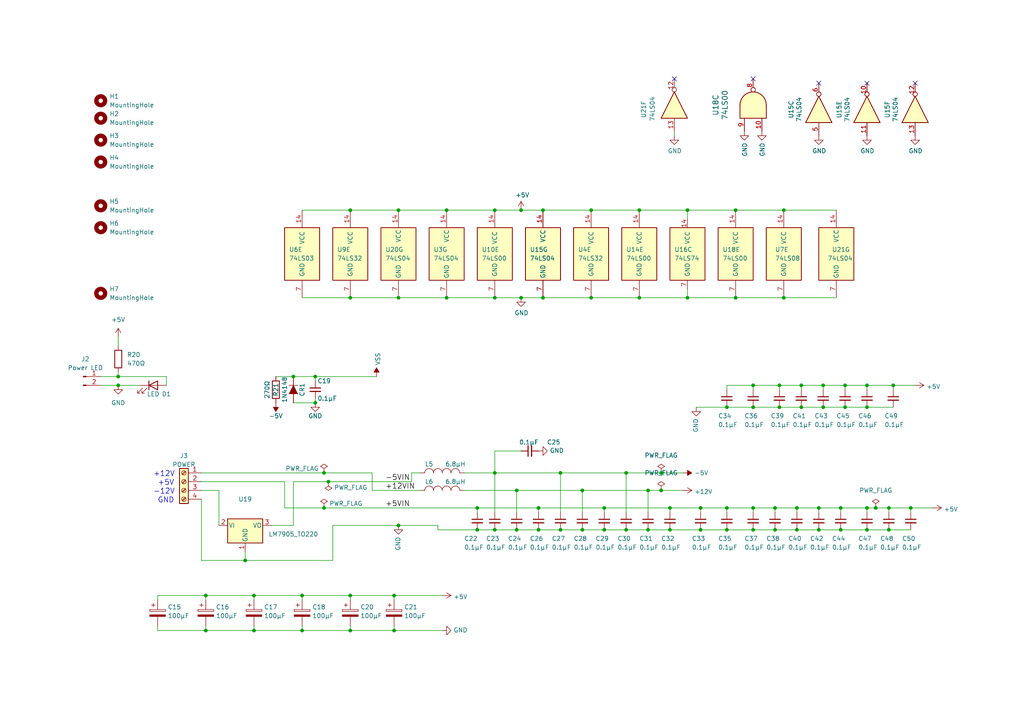
<source format=kicad_sch>
(kicad_sch (version 20211123) (generator eeschema)
  (paper "A4")
  (title_block (title "TI-99/22") (date "2022-11-05") (rev "0.90") (company "Dan Werner - https://github.com/danwerner21/ti99_22") (comment 1 "Schematic for sound device") (comment 3 "was based on the HackMac KiCAD Design") (comment 4 "Based Robert Krenicki's design which") (comment 5 "Original - https://github.com/rkrenicki/TI99-Motherboard"))
  (lib_symbols
    (symbol "74xx:74LS00" (pin_names (offset 1.016))
      (property "Reference" "U" (at 0 1.27 0))
      (property "Value" "74LS00" (at 0 -1.27 0))
      (symbol "74LS00_1_1"
        (pin input line (at -7.62 2.54 0) (length 3.81) (name "~") (number "1"))
        (pin input line (at -7.62 -2.54 0) (length 3.81) (name "~") (number "2"))
        (pin output inverted (at 7.62 0 180) (length 3.81) (name "~") (number "3"))
      )
      (symbol "74LS00_1_2"
        (pin input inverted (at -7.62 2.54 0) (length 4.318) (name "~") (number "1"))
        (pin input inverted (at -7.62 -2.54 0) (length 4.318) (name "~") (number "2"))
        (pin output line (at 7.62 0 180) (length 3.81) (name "~") (number "3"))
      )
      (symbol "74LS00_2_1"
        (pin input line (at -7.62 2.54 0) (length 3.81) (name "~") (number "4"))
        (pin input line (at -7.62 -2.54 0) (length 3.81) (name "~") (number "5"))
        (pin output inverted (at 7.62 0 180) (length 3.81) (name "~") (number "6"))
      )
      (symbol "74LS00_2_2"
        (pin input inverted (at -7.62 2.54 0) (length 4.318) (name "~") (number "4"))
        (pin input inverted (at -7.62 -2.54 0) (length 4.318) (name "~") (number "5"))
        (pin output line (at 7.62 0 180) (length 3.81) (name "~") (number "6"))
      )
      (symbol "74LS00_3_1"
        (pin input line (at -7.62 -2.54 0) (length 3.81) (name "~") (number "10"))
        (pin output inverted (at 7.62 0 180) (length 3.81) (name "~") (number "8"))
        (pin input line (at -7.62 2.54 0) (length 3.81) (name "~") (number "9"))
      )
      (symbol "74LS00_3_2"
        (pin input inverted (at -7.62 -2.54 0) (length 4.318) (name "~") (number "10"))
        (pin output line (at 7.62 0 180) (length 3.81) (name "~") (number "8"))
        (pin input inverted (at -7.62 2.54 0) (length 4.318) (name "~") (number "9"))
      )
      (symbol "74LS00_4_1"
        (pin output inverted (at 7.62 0 180) (length 3.81) (name "~") (number "11"))
        (pin input line (at -7.62 2.54 0) (length 3.81) (name "~") (number "12"))
        (pin input line (at -7.62 -2.54 0) (length 3.81) (name "~") (number "13"))
      )
      (symbol "74LS00_4_2"
        (pin output line (at 7.62 0 180) (length 3.81) (name "~") (number "11"))
        (pin input inverted (at -7.62 2.54 0) (length 4.318) (name "~") (number "12"))
        (pin input inverted (at -7.62 -2.54 0) (length 4.318) (name "~") (number "13"))
      )
      (symbol "74LS00_5_0"
        (pin power_in line (at 0 12.7 270) (length 5.08) (name "VCC") (number "14"))
        (pin power_in line (at 0 -12.7 90) (length 5.08) (name "GND") (number "7"))
      )
    )
    (symbol "74xx:74LS03" (pin_names (offset 1.016))
      (property "Reference" "U" (at 0 1.27 0))
      (property "Value" "74LS03" (at 0 -1.27 0))
      (symbol "74LS03_1_1"
        (pin input line (at -7.62 2.54 0) (length 3.81) (name "~") (number "1"))
        (pin input line (at -7.62 -2.54 0) (length 3.81) (name "~") (number "2"))
        (pin open_collector inverted (at 7.62 0 180) (length 3.81) (name "~") (number "3"))
      )
      (symbol "74LS03_1_2"
        (pin input inverted (at -7.62 2.54 0) (length 4.318) (name "~") (number "1"))
        (pin input inverted (at -7.62 -2.54 0) (length 4.318) (name "~") (number "2"))
        (pin open_collector line (at 7.62 0 180) (length 3.81) (name "~") (number "3"))
      )
      (symbol "74LS03_2_1"
        (pin input line (at -7.62 2.54 0) (length 3.81) (name "~") (number "4"))
        (pin input line (at -7.62 -2.54 0) (length 3.81) (name "~") (number "5"))
        (pin open_collector inverted (at 7.62 0 180) (length 3.81) (name "~") (number "6"))
      )
      (symbol "74LS03_2_2"
        (pin input inverted (at -7.62 2.54 0) (length 4.318) (name "~") (number "4"))
        (pin input inverted (at -7.62 -2.54 0) (length 4.318) (name "~") (number "5"))
        (pin open_collector line (at 7.62 0 180) (length 3.81) (name "~") (number "6"))
      )
      (symbol "74LS03_3_1"
        (pin input line (at -7.62 -2.54 0) (length 3.81) (name "~") (number "10"))
        (pin open_collector inverted (at 7.62 0 180) (length 3.81) (name "~") (number "8"))
        (pin input line (at -7.62 2.54 0) (length 3.81) (name "~") (number "9"))
      )
      (symbol "74LS03_3_2"
        (pin input inverted (at -7.62 -2.54 0) (length 4.318) (name "~") (number "10"))
        (pin open_collector line (at 7.62 0 180) (length 3.81) (name "~") (number "8"))
        (pin input inverted (at -7.62 2.54 0) (length 4.318) (name "~") (number "9"))
      )
      (symbol "74LS03_4_1"
        (pin open_collector inverted (at 7.62 0 180) (length 3.81) (name "~") (number "11"))
        (pin input line (at -7.62 2.54 0) (length 3.81) (name "~") (number "12"))
        (pin input line (at -7.62 -2.54 0) (length 3.81) (name "~") (number "13"))
      )
      (symbol "74LS03_4_2"
        (pin open_collector line (at 7.62 0 180) (length 3.81) (name "~") (number "11"))
        (pin input inverted (at -7.62 2.54 0) (length 4.318) (name "~") (number "12"))
        (pin input inverted (at -7.62 -2.54 0) (length 4.318) (name "~") (number "13"))
      )
      (symbol "74LS03_5_0"
        (pin power_in line (at 0 12.7 270) (length 5.08) (name "VCC") (number "14"))
        (pin power_in line (at 0 -12.7 90) (length 5.08) (name "GND") (number "7"))
      )
    )
    (symbol "74xx:74LS04"
      (property "Reference" "U" (at 0 1.27 0))
      (property "Value" "74LS04" (at 0 -1.27 0))
      (symbol "74LS04_1_0"
        (pin input line (at -7.62 0 0) (length 3.81) (name "~") (number "1"))
        (pin output inverted (at 7.62 0 180) (length 3.81) (name "~") (number "2"))
      )
      (symbol "74LS04_2_0"
        (pin input line (at -7.62 0 0) (length 3.81) (name "~") (number "3"))
        (pin output inverted (at 7.62 0 180) (length 3.81) (name "~") (number "4"))
      )
      (symbol "74LS04_3_0"
        (pin input line (at -7.62 0 0) (length 3.81) (name "~") (number "5"))
        (pin output inverted (at 7.62 0 180) (length 3.81) (name "~") (number "6"))
      )
      (symbol "74LS04_4_0"
        (pin output inverted (at 7.62 0 180) (length 3.81) (name "~") (number "8"))
        (pin input line (at -7.62 0 0) (length 3.81) (name "~") (number "9"))
      )
      (symbol "74LS04_5_0"
        (pin output inverted (at 7.62 0 180) (length 3.81) (name "~") (number "10"))
        (pin input line (at -7.62 0 0) (length 3.81) (name "~") (number "11"))
      )
      (symbol "74LS04_6_0"
        (pin output inverted (at 7.62 0 180) (length 3.81) (name "~") (number "12"))
        (pin input line (at -7.62 0 0) (length 3.81) (name "~") (number "13"))
      )
      (symbol "74LS04_7_0"
        (pin power_in line (at 0 12.7 270) (length 5.08) (name "VCC") (number "14"))
        (pin power_in line (at 0 -12.7 90) (length 5.08) (name "GND") (number "7"))
      )
    )
    (symbol "74xx:74LS08" (pin_names (offset 1.016))
      (property "Reference" "U" (at 0 1.27 0))
      (property "Value" "74LS08" (at 0 -1.27 0))
      (symbol "74LS08_1_1"
        (pin input line (at -7.62 2.54 0) (length 3.81) (name "~") (number "1"))
        (pin input line (at -7.62 -2.54 0) (length 3.81) (name "~") (number "2"))
        (pin output line (at 7.62 0 180) (length 3.81) (name "~") (number "3"))
      )
      (symbol "74LS08_1_2"
        (pin input inverted (at -7.62 2.54 0) (length 4.318) (name "~") (number "1"))
        (pin input inverted (at -7.62 -2.54 0) (length 4.318) (name "~") (number "2"))
        (pin output inverted (at 7.62 0 180) (length 3.81) (name "~") (number "3"))
      )
      (symbol "74LS08_2_1"
        (pin input line (at -7.62 2.54 0) (length 3.81) (name "~") (number "4"))
        (pin input line (at -7.62 -2.54 0) (length 3.81) (name "~") (number "5"))
        (pin output line (at 7.62 0 180) (length 3.81) (name "~") (number "6"))
      )
      (symbol "74LS08_2_2"
        (pin input inverted (at -7.62 2.54 0) (length 4.318) (name "~") (number "4"))
        (pin input inverted (at -7.62 -2.54 0) (length 4.318) (name "~") (number "5"))
        (pin output inverted (at 7.62 0 180) (length 3.81) (name "~") (number "6"))
      )
      (symbol "74LS08_3_1"
        (pin input line (at -7.62 -2.54 0) (length 3.81) (name "~") (number "10"))
        (pin output line (at 7.62 0 180) (length 3.81) (name "~") (number "8"))
        (pin input line (at -7.62 2.54 0) (length 3.81) (name "~") (number "9"))
      )
      (symbol "74LS08_3_2"
        (pin input inverted (at -7.62 -2.54 0) (length 4.318) (name "~") (number "10"))
        (pin output inverted (at 7.62 0 180) (length 3.81) (name "~") (number "8"))
        (pin input inverted (at -7.62 2.54 0) (length 4.318) (name "~") (number "9"))
      )
      (symbol "74LS08_4_1"
        (pin output line (at 7.62 0 180) (length 3.81) (name "~") (number "11"))
        (pin input line (at -7.62 2.54 0) (length 3.81) (name "~") (number "12"))
        (pin input line (at -7.62 -2.54 0) (length 3.81) (name "~") (number "13"))
      )
      (symbol "74LS08_4_2"
        (pin output inverted (at 7.62 0 180) (length 3.81) (name "~") (number "11"))
        (pin input inverted (at -7.62 2.54 0) (length 4.318) (name "~") (number "12"))
        (pin input inverted (at -7.62 -2.54 0) (length 4.318) (name "~") (number "13"))
      )
      (symbol "74LS08_5_0"
        (pin power_in line (at 0 12.7 270) (length 5.08) (name "VCC") (number "14"))
        (pin power_in line (at 0 -12.7 90) (length 5.08) (name "GND") (number "7"))
      )
    )
    (symbol "74xx:74LS32" (pin_names (offset 1.016))
      (property "Reference" "U" (at 0 1.27 0))
      (property "Value" "74LS32" (at 0 -1.27 0))
      (symbol "74LS32_1_1"
        (pin input line (at -7.62 2.54 0) (length 4.318) (name "~") (number "1"))
        (pin input line (at -7.62 -2.54 0) (length 4.318) (name "~") (number "2"))
        (pin output line (at 7.62 0 180) (length 3.81) (name "~") (number "3"))
      )
      (symbol "74LS32_1_2"
        (pin input inverted (at -7.62 2.54 0) (length 3.81) (name "~") (number "1"))
        (pin input inverted (at -7.62 -2.54 0) (length 3.81) (name "~") (number "2"))
        (pin output inverted (at 7.62 0 180) (length 3.81) (name "~") (number "3"))
      )
      (symbol "74LS32_2_1"
        (pin input line (at -7.62 2.54 0) (length 4.318) (name "~") (number "4"))
        (pin input line (at -7.62 -2.54 0) (length 4.318) (name "~") (number "5"))
        (pin output line (at 7.62 0 180) (length 3.81) (name "~") (number "6"))
      )
      (symbol "74LS32_2_2"
        (pin input inverted (at -7.62 2.54 0) (length 3.81) (name "~") (number "4"))
        (pin input inverted (at -7.62 -2.54 0) (length 3.81) (name "~") (number "5"))
        (pin output inverted (at 7.62 0 180) (length 3.81) (name "~") (number "6"))
      )
      (symbol "74LS32_3_1"
        (pin input line (at -7.62 -2.54 0) (length 4.318) (name "~") (number "10"))
        (pin output line (at 7.62 0 180) (length 3.81) (name "~") (number "8"))
        (pin input line (at -7.62 2.54 0) (length 4.318) (name "~") (number "9"))
      )
      (symbol "74LS32_3_2"
        (pin input inverted (at -7.62 -2.54 0) (length 3.81) (name "~") (number "10"))
        (pin output inverted (at 7.62 0 180) (length 3.81) (name "~") (number "8"))
        (pin input inverted (at -7.62 2.54 0) (length 3.81) (name "~") (number "9"))
      )
      (symbol "74LS32_4_1"
        (pin output line (at 7.62 0 180) (length 3.81) (name "~") (number "11"))
        (pin input line (at -7.62 2.54 0) (length 4.318) (name "~") (number "12"))
        (pin input line (at -7.62 -2.54 0) (length 4.318) (name "~") (number "13"))
      )
      (symbol "74LS32_4_2"
        (pin output inverted (at 7.62 0 180) (length 3.81) (name "~") (number "11"))
        (pin input inverted (at -7.62 2.54 0) (length 3.81) (name "~") (number "12"))
        (pin input inverted (at -7.62 -2.54 0) (length 3.81) (name "~") (number "13"))
      )
      (symbol "74LS32_5_0"
        (pin power_in line (at 0 12.7 270) (length 5.08) (name "VCC") (number "14"))
        (pin power_in line (at 0 -12.7 90) (length 5.08) (name "GND") (number "7"))
      )
    )
    (symbol "74xx:74LS74" (pin_names (offset 1.016))
      (property "Reference" "U" (at -7.62 8.89 0))
      (property "Value" "74LS74" (at -7.62 -8.89 0))
      (symbol "74LS74_1_0"
        (pin input line (at 0 -7.62 90) (length 2.54) (name "~{R}") (number "1"))
        (pin input line (at -7.62 2.54 0) (length 2.54) (name "D") (number "2"))
        (pin input clock (at -7.62 0 0) (length 2.54) (name "C") (number "3"))
        (pin input line (at 0 7.62 270) (length 2.54) (name "~{S}") (number "4"))
        (pin output line (at 7.62 2.54 180) (length 2.54) (name "Q") (number "5"))
        (pin output line (at 7.62 -2.54 180) (length 2.54) (name "~{Q}") (number "6"))
      )
      (symbol "74LS74_2_0"
        (pin input line (at 0 7.62 270) (length 2.54) (name "~{S}") (number "10"))
        (pin input clock (at -7.62 0 0) (length 2.54) (name "C") (number "11"))
        (pin input line (at -7.62 2.54 0) (length 2.54) (name "D") (number "12"))
        (pin input line (at 0 -7.62 90) (length 2.54) (name "~{R}") (number "13"))
        (pin output line (at 7.62 -2.54 180) (length 2.54) (name "~{Q}") (number "8"))
        (pin output line (at 7.62 2.54 180) (length 2.54) (name "Q") (number "9"))
      )
      (symbol "74LS74_3_0"
        (pin power_in line (at 0 10.16 270) (length 2.54) (name "VCC") (number "14"))
        (pin power_in line (at 0 -10.16 90) (length 2.54) (name "GND") (number "7"))
      )
    )
    (symbol "Connector:Conn_01x02_Male" (pin_names (offset 1.016) hide)
      (property "Reference" "J" (at 0 2.54 0))
      (property "Value" "Conn_01x02_Male" (at 0 -5.08 0))
      (symbol "Conn_01x02_Male_1_1"
        (pin passive line (at 5.08 0 180) (length 3.81) (name "Pin_1") (number "1"))
        (pin passive line (at 5.08 -2.54 180) (length 3.81) (name "Pin_2") (number "2"))
      )
    )
    (symbol "Connector:Screw_Terminal_01x04" (pin_names (offset 1.016) hide)
      (property "Reference" "J" (at 0 5.08 0))
      (property "Value" "Screw_Terminal_01x04" (at 0 -7.62 0))
      (symbol "Screw_Terminal_01x04_1_1"
        (pin passive line (at -5.08 2.54 0) (length 3.81) (name "Pin_1") (number "1"))
        (pin passive line (at -5.08 0 0) (length 3.81) (name "Pin_2") (number "2"))
        (pin passive line (at -5.08 -2.54 0) (length 3.81) (name "Pin_3") (number "3"))
        (pin passive line (at -5.08 -5.08 0) (length 3.81) (name "Pin_4") (number "4"))
      )
    )
    (symbol "Console-rescue:+12V" (power) (pin_names (offset 0))
      (property "Value" "+12V" (at 0 3.556 0))
      (symbol "+12V_1_1"
        (pin power_in line (at 0 0 90) (length 0) hide (name "+12V") (number "1"))
      )
    )
    (symbol "Console-rescue:+5V" (power) (pin_names (offset 0))
      (property "Value" "+5V" (at 0 3.556 0))
      (symbol "+5V_1_1"
        (pin power_in line (at 0 0 90) (length 0) hide (name "+5V") (number "1"))
      )
    )
    (symbol "Console-rescue:-5V" (power) (pin_names (offset 0))
      (property "Value" "-5V" (at 0 3.81 0))
      (symbol "-5V_0_0"
        (pin power_in line (at 0 0 90) (length 0) hide (name "-5V") (number "1"))
      )
    )
    (symbol "Console-rescue:D" (pin_numbers hide) (pin_names (offset 1.016) hide)
      (property "Reference" "D" (at 0 2.54 0))
      (property "Value" "D" (at 0 -2.54 0))
      (symbol "D_1_1"
        (pin passive line (at -3.81 0 0) (length 2.54) (name "K") (number "1"))
        (pin passive line (at 3.81 0 180) (length 2.54) (name "A") (number "2"))
      )
    )
    (symbol "Console-rescue:GND" (power) (pin_names (offset 0))
      (property "Value" "GND" (at 0 -3.81 0))
      (symbol "GND_1_1"
        (pin power_in line (at 0 0 270) (length 0) hide (name "GND") (number "1"))
      )
    )
    (symbol "Console-rescue:INDUCTOR_SMALL" (pin_numbers hide) (pin_names (offset 0) hide)
      (property "Reference" "L" (at 0 2.54 0))
      (property "Value" "INDUCTOR_SMALL" (at 0 -1.27 0))
      (symbol "INDUCTOR_SMALL_1_1"
        (pin input line (at -6.35 0 0) (length 1.27) (name "1") (number "1"))
        (pin input line (at 6.35 0 180) (length 1.27) (name "2") (number "2"))
      )
    )
    (symbol "Console-rescue:R" (pin_numbers hide) (pin_names (offset 0))
      (property "Reference" "R" (at 2.032 0 90))
      (property "Value" "R" (at 0 0 90))
      (symbol "R_1_1"
        (pin passive line (at 0 3.81 270) (length 1.27) (name "~") (number "1"))
        (pin passive line (at 0 -3.81 90) (length 1.27) (name "~") (number "2"))
      )
    )
    (symbol "Device:C_Polarized" (pin_numbers hide) (pin_names (offset 0.254))
      (property "Reference" "C" (at 0.635 2.54 0))
      (property "Value" "C_Polarized" (at 0.635 -2.54 0))
      (symbol "C_Polarized_1_1"
        (pin passive line (at 0 3.81 270) (length 2.794) (name "~") (number "1"))
        (pin passive line (at 0 -3.81 90) (length 2.794) (name "~") (number "2"))
      )
    )
    (symbol "Device:C_Small" (pin_numbers hide) (pin_names (offset 0.254) hide)
      (property "Reference" "C" (at 0.254 1.778 0))
      (property "Value" "C_Small" (at 0.254 -2.032 0))
      (symbol "C_Small_1_1"
        (pin passive line (at 0 2.54 270) (length 2.032) (name "~") (number "1"))
        (pin passive line (at 0 -2.54 90) (length 2.032) (name "~") (number "2"))
      )
    )
    (symbol "Device:LED" (pin_numbers hide) (pin_names (offset 1.016) hide)
      (property "Reference" "D" (at 0 2.54 0))
      (property "Value" "LED" (at 0 -2.54 0))
      (symbol "LED_1_1"
        (pin passive line (at -3.81 0 0) (length 2.54) (name "K") (number "1"))
        (pin passive line (at 3.81 0 180) (length 2.54) (name "A") (number "2"))
      )
    )
    (symbol "Device:R" (pin_numbers hide) (pin_names (offset 0))
      (property "Reference" "R" (at 2.032 0 90))
      (property "Value" "R" (at 0 0 90))
      (symbol "R_1_1"
        (pin passive line (at 0 3.81 270) (length 1.27) (name "~") (number "1"))
        (pin passive line (at 0 -3.81 90) (length 1.27) (name "~") (number "2"))
      )
    )
    (symbol "Mechanical:MountingHole" (pin_names (offset 1.016))
      (property "Reference" "H" (at 0 5.08 0))
      (property "Value" "MountingHole" (at 0 3.175 0))
    )
    (symbol "Regulator_Linear:LM7905_TO220" (pin_names (offset 0.254))
      (property "Reference" "U" (at -3.81 -3.175 0))
      (property "Value" "LM7905_TO220" (at 0 -3.175 0))
      (symbol "LM7905_TO220_1_1"
        (pin power_in line (at 0 7.62 270) (length 2.54) (name "GND") (number "1"))
        (pin power_in line (at -7.62 0 0) (length 2.54) (name "VI") (number "2"))
        (pin power_out line (at 7.62 0 180) (length 2.54) (name "VO") (number "3"))
      )
    )
    (symbol "TI-Customs:C_Small" (pin_numbers hide) (pin_names (offset 0.254) hide)
      (property "Reference" "C" (at 0.254 1.778 0))
      (property "Value" "C_Small" (at 0.254 -2.032 0))
      (symbol "C_Small_1_1"
        (pin passive line (at 0 2.54 270) (length 1.905) (name "~") (number "1"))
        (pin passive line (at 0 -2.54 90) (length 2.032) (name "~") (number "2"))
      )
    )
    (symbol "power:+5V" (power) (pin_names (offset 0))
      (property "Value" "+5V" (at 0 3.556 0))
      (symbol "+5V_1_1"
        (pin power_in line (at 0 0 90) (length 0) hide (name "+5V") (number "1"))
      )
    )
    (symbol "power:GND" (power) (pin_names (offset 0))
      (property "Value" "GND" (at 0 -3.81 0))
      (symbol "GND_1_1"
        (pin power_in line (at 0 0 270) (length 0) hide (name "GND") (number "1"))
      )
    )
    (symbol "power:PWR_FLAG" (power) (pin_numbers hide) (pin_names (offset 0) hide)
      (property "Value" "PWR_FLAG" (at 0 3.81 0))
      (symbol "PWR_FLAG_0_0"
        (pin power_out line (at 0 0 90) (length 0) (name "pwr") (number "1"))
      )
    )
    (symbol "power:VSS" (power) (pin_names (offset 0))
      (property "Value" "VSS" (at 0 3.81 0))
      (symbol "VSS_1_1"
        (pin power_in line (at 0 0 90) (length 0) hide (name "VSS") (number "1"))
      )
    )
  )
  (junction (at 238.76 118.11))
  (junction (at 218.44 147.32))
  (junction (at 91.44 116.84))
  (junction (at 251.46 118.11))
  (junction (at 101.6 86.36))
  (junction (at 115.57 152.4))
  (junction (at 138.43 153.67))
  (junction (at 157.48 60.96))
  (junction (at 71.12 162.56))
  (junction (at 237.49 147.32))
  (junction (at 156.21 153.67))
  (junction (at 95.25 139.7))
  (junction (at 185.42 86.36))
  (junction (at 213.36 60.96))
  (junction (at 232.41 118.11))
  (junction (at 115.57 86.36))
  (junction (at 237.49 153.67))
  (junction (at 129.54 86.36))
  (junction (at 257.81 147.32))
  (junction (at 101.6 182.88))
  (junction (at 257.81 153.67))
  (junction (at 143.51 60.96))
  (junction (at 251.46 147.32))
  (junction (at 238.76 111.76))
  (junction (at 199.39 60.96))
  (junction (at 175.26 147.32))
  (junction (at 194.31 153.67))
  (junction (at 191.77 142.24))
  (junction (at 101.6 60.96))
  (junction (at 34.29 109.22))
  (junction (at 213.36 86.36))
  (junction (at 264.16 147.32))
  (junction (at 138.43 147.32))
  (junction (at 168.91 153.67))
  (junction (at 73.66 182.88))
  (junction (at 251.46 153.67))
  (junction (at 226.06 118.11))
  (junction (at 187.96 153.67))
  (junction (at 87.63 172.72))
  (junction (at 156.21 147.32))
  (junction (at 194.31 147.32))
  (junction (at 115.57 60.96))
  (junction (at 157.48 86.36))
  (junction (at 181.61 153.67))
  (junction (at 149.86 142.24))
  (junction (at 162.56 153.67))
  (junction (at 251.46 111.76))
  (junction (at 114.3 182.88))
  (junction (at 227.33 60.96))
  (junction (at 181.61 137.16))
  (junction (at 171.45 86.36))
  (junction (at 191.77 137.16))
  (junction (at 226.06 111.76))
  (junction (at 151.13 86.36))
  (junction (at 210.82 153.67))
  (junction (at 199.39 86.36))
  (junction (at 93.98 137.16))
  (junction (at 259.08 111.76))
  (junction (at 185.42 60.96))
  (junction (at 224.79 147.32))
  (junction (at 162.56 137.16))
  (junction (at 175.26 153.67))
  (junction (at 87.63 182.88))
  (junction (at 218.44 111.76))
  (junction (at 243.84 153.67))
  (junction (at 187.96 142.24))
  (junction (at 218.44 118.11))
  (junction (at 85.09 109.22))
  (junction (at 91.44 109.22))
  (junction (at 203.2 153.67))
  (junction (at 203.2 147.32))
  (junction (at 210.82 118.11))
  (junction (at 232.41 111.76))
  (junction (at 93.98 147.32))
  (junction (at 231.14 153.67))
  (junction (at 224.79 153.67))
  (junction (at 73.66 172.72))
  (junction (at 143.51 86.36))
  (junction (at 245.11 118.11))
  (junction (at 101.6 172.72))
  (junction (at 227.33 86.36))
  (junction (at 129.54 60.96))
  (junction (at 34.29 111.76))
  (junction (at 245.11 111.76))
  (junction (at 143.51 137.16))
  (junction (at 59.69 172.72))
  (junction (at 143.51 153.67))
  (junction (at 149.86 153.67))
  (junction (at 218.44 153.67))
  (junction (at 171.45 60.96))
  (junction (at 231.14 147.32))
  (junction (at 243.84 147.32))
  (junction (at 168.91 142.24))
  (junction (at 59.69 182.88))
  (junction (at 151.13 60.96))
  (junction (at 114.3 172.72))
  (junction (at 210.82 147.32))
  (junction (at 254 147.32))
  (no_connect (at 195.58 22.86))
  (no_connect (at 251.46 24.13))
  (no_connect (at 237.49 24.13))
  (no_connect (at 265.43 24.13))
  (no_connect (at 218.44 22.86))
  (wire (pts (xy 59.69 172.72) (xy 45.72 172.72)))
  (wire (pts (xy 114.3 172.72) (xy 114.3 173.99)))
  (wire (pts (xy 181.61 148.59) (xy 181.61 137.16)))
  (wire (pts (xy 210.82 147.32) (xy 218.44 147.32)))
  (wire (pts (xy 168.91 153.67) (xy 162.56 153.67)))
  (wire (pts (xy 218.44 118.11) (xy 226.06 118.11)))
  (wire (pts (xy 73.66 172.72) (xy 73.66 173.99)))
  (wire (pts (xy 218.44 111.76) (xy 226.06 111.76)))
  (wire (pts (xy 171.45 86.36) (xy 185.42 86.36)))
  (wire (pts (xy 85.09 139.7) (xy 95.25 139.7)))
  (wire (pts (xy 238.76 111.76) (xy 238.76 113.03)))
  (wire (pts (xy 87.63 172.72) (xy 87.63 173.99)))
  (wire (pts (xy 203.2 147.32) (xy 203.2 148.59)))
  (wire (pts (xy 138.43 148.59) (xy 138.43 147.32)))
  (wire (pts (xy 58.42 142.24) (xy 63.5 142.24)))
  (wire (pts (xy 93.98 137.16) (xy 107.95 137.16)))
  (wire (pts (xy 129.54 86.36) (xy 143.51 86.36)))
  (wire (pts (xy 119.38 139.7) (xy 119.38 137.16)))
  (wire (pts (xy 59.69 172.72) (xy 59.69 173.99)))
  (wire (pts (xy 87.63 172.72) (xy 73.66 172.72)))
  (wire (pts (xy 194.31 147.32) (xy 203.2 147.32)))
  (wire (pts (xy 78.74 152.4) (xy 85.09 152.4)))
  (wire (pts (xy 143.51 153.67) (xy 149.86 153.67)))
  (wire (pts (xy 151.13 86.36) (xy 157.48 86.36)))
  (wire (pts (xy 107.95 142.24) (xy 121.92 142.24)))
  (wire (pts (xy 226.06 111.76) (xy 232.41 111.76)))
  (wire (pts (xy 231.14 147.32) (xy 231.14 148.59)))
  (wire (pts (xy 168.91 142.24) (xy 187.96 142.24)))
  (wire (pts (xy 85.09 152.4) (xy 85.09 139.7)))
  (wire (pts (xy 107.95 142.24) (xy 107.95 137.16)))
  (wire (pts (xy 162.56 148.59) (xy 162.56 137.16)))
  (wire (pts (xy 218.44 147.32) (xy 224.79 147.32)))
  (wire (pts (xy 251.46 147.32) (xy 251.46 148.59)))
  (wire (pts (xy 251.46 153.67) (xy 257.81 153.67)))
  (wire (pts (xy 181.61 137.16) (xy 191.77 137.16)))
  (wire (pts (xy 187.96 142.24) (xy 191.77 142.24)))
  (wire (pts (xy 226.06 111.76) (xy 226.06 113.03)))
  (wire (pts (xy 45.72 172.72) (xy 45.72 173.99)))
  (wire (pts (xy 226.06 118.11) (xy 232.41 118.11)))
  (wire (pts (xy 199.39 86.36) (xy 199.39 83.82)))
  (wire (pts (xy 203.2 147.32) (xy 210.82 147.32)))
  (wire (pts (xy 101.6 182.88) (xy 87.63 182.88)))
  (wire (pts (xy 231.14 153.67) (xy 237.49 153.67)))
  (wire (pts (xy 143.51 60.96) (xy 151.13 60.96)))
  (wire (pts (xy 162.56 137.16) (xy 181.61 137.16)))
  (wire (pts (xy 251.46 111.76) (xy 259.08 111.76)))
  (wire (pts (xy 243.84 147.32) (xy 243.84 148.59)))
  (wire (pts (xy 82.55 147.32) (xy 93.98 147.32)))
  (wire (pts (xy 149.86 142.24) (xy 168.91 142.24)))
  (wire (pts (xy 238.76 111.76) (xy 245.11 111.76)))
  (wire (pts (xy 73.66 181.61) (xy 73.66 182.88)))
  (wire (pts (xy 210.82 111.76) (xy 210.82 113.03)))
  (wire (pts (xy 199.39 60.96) (xy 199.39 63.5)))
  (wire (pts (xy 143.51 86.36) (xy 151.13 86.36)))
  (wire (pts (xy 80.01 109.22) (xy 85.09 109.22)))
  (wire (pts (xy 257.81 153.67) (xy 264.16 153.67)))
  (wire (pts (xy 34.29 109.22) (xy 29.21 109.22)))
  (wire (pts (xy 243.84 153.67) (xy 251.46 153.67)))
  (wire (pts (xy 127 153.67) (xy 127 152.4)))
  (wire (pts (xy 251.46 147.32) (xy 254 147.32)))
  (wire (pts (xy 95.25 139.7) (xy 119.38 139.7)))
  (wire (pts (xy 115.57 152.4) (xy 96.52 152.4)))
  (wire (pts (xy 143.51 148.59) (xy 143.51 137.16)))
  (wire (pts (xy 245.11 111.76) (xy 251.46 111.76)))
  (wire (pts (xy 82.55 147.32) (xy 82.55 139.7)))
  (wire (pts (xy 59.69 181.61) (xy 59.69 182.88)))
  (wire (pts (xy 231.14 147.32) (xy 237.49 147.32)))
  (wire (pts (xy 243.84 147.32) (xy 251.46 147.32)))
  (wire (pts (xy 218.44 111.76) (xy 218.44 113.03)))
  (wire (pts (xy 199.39 86.36) (xy 213.36 86.36)))
  (wire (pts (xy 232.41 111.76) (xy 238.76 111.76)))
  (wire (pts (xy 257.81 147.32) (xy 264.16 147.32)))
  (wire (pts (xy 114.3 182.88) (xy 101.6 182.88)))
  (wire (pts (xy 101.6 60.96) (xy 115.57 60.96)))
  (wire (pts (xy 224.79 153.67) (xy 231.14 153.67)))
  (wire (pts (xy 195.58 38.1) (xy 195.58 39.37)))
  (wire (pts (xy 143.51 137.16) (xy 162.56 137.16)))
  (wire (pts (xy 156.21 147.32) (xy 175.26 147.32)))
  (wire (pts (xy 210.82 111.76) (xy 218.44 111.76)))
  (wire (pts (xy 58.42 137.16) (xy 93.98 137.16)))
  (wire (pts (xy 143.51 153.67) (xy 138.43 153.67)))
  (wire (pts (xy 218.44 147.32) (xy 218.44 148.59)))
  (wire (pts (xy 185.42 60.96) (xy 199.39 60.96)))
  (wire (pts (xy 85.09 109.22) (xy 91.44 109.22)))
  (wire (pts (xy 143.51 130.81) (xy 151.13 130.81)))
  (wire (pts (xy 58.42 139.7) (xy 82.55 139.7)))
  (wire (pts (xy 114.3 181.61) (xy 114.3 182.88)))
  (wire (pts (xy 101.6 172.72) (xy 101.6 173.99)))
  (wire (pts (xy 237.49 153.67) (xy 243.84 153.67)))
  (wire (pts (xy 157.48 60.96) (xy 171.45 60.96)))
  (wire (pts (xy 134.62 142.24) (xy 149.86 142.24)))
  (wire (pts (xy 85.09 116.84) (xy 91.44 116.84)))
  (wire (pts (xy 48.26 109.22) (xy 34.29 109.22)))
  (wire (pts (xy 34.29 111.76) (xy 40.64 111.76)))
  (wire (pts (xy 138.43 147.32) (xy 156.21 147.32)))
  (wire (pts (xy 224.79 147.32) (xy 224.79 148.59)))
  (wire (pts (xy 134.62 137.16) (xy 143.51 137.16)))
  (wire (pts (xy 101.6 86.36) (xy 115.57 86.36)))
  (wire (pts (xy 91.44 109.22) (xy 109.22 109.22)))
  (wire (pts (xy 199.39 60.96) (xy 213.36 60.96)))
  (wire (pts (xy 191.77 137.16) (xy 198.12 137.16)))
  (wire (pts (xy 138.43 153.67) (xy 127 153.67)))
  (wire (pts (xy 149.86 148.59) (xy 149.86 142.24)))
  (wire (pts (xy 168.91 148.59) (xy 168.91 142.24)))
  (wire (pts (xy 128.27 172.72) (xy 114.3 172.72)))
  (wire (pts (xy 213.36 60.96) (xy 227.33 60.96)))
  (wire (pts (xy 175.26 153.67) (xy 181.61 153.67)))
  (wire (pts (xy 238.76 118.11) (xy 245.11 118.11)))
  (wire (pts (xy 29.21 111.76) (xy 34.29 111.76)))
  (wire (pts (xy 251.46 111.76) (xy 251.46 113.03)))
  (wire (pts (xy 48.26 111.76) (xy 48.26 109.22)))
  (wire (pts (xy 73.66 182.88) (xy 59.69 182.88)))
  (wire (pts (xy 264.16 147.32) (xy 270.51 147.32)))
  (wire (pts (xy 87.63 86.36) (xy 101.6 86.36)))
  (wire (pts (xy 171.45 60.96) (xy 185.42 60.96)))
  (wire (pts (xy 128.27 182.88) (xy 114.3 182.88)))
  (wire (pts (xy 156.21 153.67) (xy 149.86 153.67)))
  (wire (pts (xy 254 147.32) (xy 257.81 147.32)))
  (wire (pts (xy 259.08 111.76) (xy 259.08 113.03)))
  (wire (pts (xy 187.96 148.59) (xy 187.96 142.24)))
  (wire (pts (xy 210.82 147.32) (xy 210.82 148.59)))
  (wire (pts (xy 210.82 153.67) (xy 218.44 153.67)))
  (wire (pts (xy 251.46 118.11) (xy 259.08 118.11)))
  (wire (pts (xy 34.29 97.79) (xy 34.29 100.33)))
  (wire (pts (xy 191.77 142.24) (xy 198.12 142.24)))
  (wire (pts (xy 115.57 86.36) (xy 129.54 86.36)))
  (wire (pts (xy 59.69 182.88) (xy 45.72 182.88)))
  (wire (pts (xy 58.42 162.56) (xy 71.12 162.56)))
  (wire (pts (xy 129.54 60.96) (xy 143.51 60.96)))
  (wire (pts (xy 91.44 109.22) (xy 91.44 110.49)))
  (wire (pts (xy 34.29 107.95) (xy 34.29 109.22)))
  (wire (pts (xy 237.49 147.32) (xy 237.49 148.59)))
  (wire (pts (xy 232.41 118.11) (xy 238.76 118.11)))
  (wire (pts (xy 71.12 162.56) (xy 71.12 160.02)))
  (wire (pts (xy 119.38 137.16) (xy 121.92 137.16)))
  (wire (pts (xy 157.48 86.36) (xy 171.45 86.36)))
  (wire (pts (xy 257.81 147.32) (xy 257.81 148.59)))
  (wire (pts (xy 210.82 118.11) (xy 218.44 118.11)))
  (wire (pts (xy 101.6 181.61) (xy 101.6 182.88)))
  (wire (pts (xy 87.63 181.61) (xy 87.63 182.88)))
  (wire (pts (xy 194.31 148.59) (xy 194.31 147.32)))
  (wire (pts (xy 151.13 60.96) (xy 157.48 60.96)))
  (wire (pts (xy 201.93 118.11) (xy 210.82 118.11)))
  (wire (pts (xy 175.26 147.32) (xy 194.31 147.32)))
  (wire (pts (xy 175.26 153.67) (xy 168.91 153.67)))
  (wire (pts (xy 259.08 111.76) (xy 265.43 111.76)))
  (wire (pts (xy 194.31 153.67) (xy 203.2 153.67)))
  (wire (pts (xy 143.51 137.16) (xy 143.51 130.81)))
  (wire (pts (xy 156.21 148.59) (xy 156.21 147.32)))
  (wire (pts (xy 71.12 162.56) (xy 96.52 162.56)))
  (wire (pts (xy 45.72 182.88) (xy 45.72 181.61)))
  (wire (pts (xy 213.36 86.36) (xy 227.33 86.36)))
  (wire (pts (xy 175.26 148.59) (xy 175.26 147.32)))
  (wire (pts (xy 181.61 153.67) (xy 187.96 153.67)))
  (wire (pts (xy 224.79 147.32) (xy 231.14 147.32)))
  (wire (pts (xy 87.63 182.88) (xy 73.66 182.88)))
  (wire (pts (xy 156.21 153.67) (xy 162.56 153.67)))
  (wire (pts (xy 115.57 60.96) (xy 129.54 60.96)))
  (wire (pts (xy 185.42 86.36) (xy 199.39 86.36)))
  (wire (pts (xy 114.3 172.72) (xy 101.6 172.72)))
  (wire (pts (xy 245.11 118.11) (xy 251.46 118.11)))
  (wire (pts (xy 218.44 153.67) (xy 224.79 153.67)))
  (wire (pts (xy 93.98 147.32) (xy 138.43 147.32)))
  (wire (pts (xy 232.41 111.76) (xy 232.41 113.03)))
  (wire (pts (xy 63.5 152.4) (xy 63.5 142.24)))
  (wire (pts (xy 227.33 86.36) (xy 242.57 86.36)))
  (wire (pts (xy 91.44 116.84) (xy 91.44 115.57)))
  (wire (pts (xy 96.52 152.4) (xy 96.52 162.56)))
  (wire (pts (xy 194.31 153.67) (xy 187.96 153.67)))
  (wire (pts (xy 264.16 147.32) (xy 264.16 148.59)))
  (wire (pts (xy 245.11 111.76) (xy 245.11 113.03)))
  (wire (pts (xy 203.2 153.67) (xy 210.82 153.67)))
  (wire (pts (xy 58.42 144.78) (xy 58.42 162.56)))
  (wire (pts (xy 87.63 60.96) (xy 101.6 60.96)))
  (wire (pts (xy 115.57 152.4) (xy 127 152.4)))
  (wire (pts (xy 237.49 147.32) (xy 243.84 147.32)))
  (wire (pts (xy 101.6 172.72) (xy 87.63 172.72)))
  (wire (pts (xy 73.66 172.72) (xy 59.69 172.72)))
  (wire (pts (xy 227.33 60.96) (xy 242.57 60.96)))
  (text "-12V\n" (at 44.45 143.51 0) (effects (font (size 1.524 1.524)) (justify left bottom)))
  (text "+5V" (at 45.72 140.97 0) (effects (font (size 1.524 1.524)) (justify left bottom)))
  (text "GND" (at 45.72 146.05 0) (effects (font (size 1.524 1.524)) (justify left bottom)))
  (text "+12V" (at 44.45 138.43 0) (effects (font (size 1.524 1.524)) (justify left bottom)))
  (label "-5VIN" (at 111.76 139.7 0) (effects (font (size 1.524 1.524))))
  (label "+5VIN" (at 111.76 147.32 0) (effects (font (size 1.524 1.524))))
  (label "+12VIN" (at 111.76 142.24 0) (effects (font (size 1.524 1.524))))
  (symbol (lib_id "74xx:74LS32") (at 101.6 73.66 0) (unit 5)
    (property "Reference" "U9" (at 97.79 72.39 0) (effects (justify left)))
    (property "Value" "74LS32" (at 97.79 74.93 0) (effects (justify left)))
    (property "Footprint" "Package_DIP:DIP-14_W7.62mm_Socket_LongPads" (effects hide))
    (property "Datasheet" "http://www.ti.com/lit/gpn/sn74LS32" (effects hide))
  )
  (symbol (lib_id "Console-rescue:+5V") (at 270.51 147.32 270) (unit 1)
    (property "Reference" "#PWR066" (effects hide))
    (property "Value" "+5V" (at 273.7612 147.701 90) (effects (justify left)))
  )
  (symbol (lib_id "Console-rescue:-5V") (at 198.12 137.16 270) (unit 1)
    (property "Reference" "#PWR057" (effects hide))
    (property "Value" "-5V" (at 201.3712 137.16 90) (effects (justify left)))
  )
  (symbol (lib_id "Console-rescue:+12V") (at 198.12 142.24 270) (unit 1)
    (property "Reference" "#PWR058" (effects hide))
    (property "Value" "+12V" (at 201.3712 142.621 90) (effects (justify left)))
  )
  (symbol (lib_id "Console-rescue:GND") (at 115.57 152.4 0) (mirror y) (unit 1)
    (property "Reference" "#PWR050" (effects hide))
    (property "Value" "GND" (at 115.443 155.6512 90) (effects (justify right)))
  )
  (symbol (lib_id "Device:C_Small") (at 138.43 151.13 0) (unit 1)
    (property "Reference" "C22" (at 134.62 156.21 0) (effects (justify left)))
    (property "Value" "0.1µF" (at 134.62 158.75 0) (effects (justify left)))
    (property "Footprint" "Capacitor_THT:C_Rect_L7.0mm_W2.0mm_P5.00mm" (effects hide))
  )
  (symbol (lib_id "Console-rescue:INDUCTOR_SMALL") (at 128.27 142.24 0) (mirror y) (unit 1)
    (property "Reference" "L6" (at 124.46 139.7 0))
    (property "Value" "6.8µH" (at 132.08 139.7 0))
    (property "Footprint" "Resistor_THT:R_Axial_DIN0207_L6.3mm_D2.5mm_P7.62mm_Horizontal" (effects hide))
  )
  (symbol (lib_id "Console-rescue:INDUCTOR_SMALL") (at 128.27 137.16 0) (mirror y) (unit 1)
    (property "Reference" "L5" (at 124.46 134.62 0))
    (property "Value" "6.8µH" (at 132.08 134.62 0))
    (property "Footprint" "Resistor_THT:R_Axial_DIN0207_L6.3mm_D2.5mm_P7.62mm_Horizontal" (effects hide))
  )
  (symbol (lib_id "Device:C_Small") (at 143.51 151.13 0) (unit 1)
    (property "Reference" "C23" (at 140.97 156.21 0) (effects (justify left)))
    (property "Value" "0.1µF" (at 140.97 158.75 0) (effects (justify left)))
    (property "Footprint" "Capacitor_THT:C_Rect_L7.0mm_W2.0mm_P5.00mm" (effects hide))
  )
  (symbol (lib_id "Device:C_Small") (at 149.86 151.13 0) (unit 1)
    (property "Reference" "C24" (at 147.32 156.21 0) (effects (justify left)))
    (property "Value" "0.1µF" (at 147.32 158.75 0) (effects (justify left)))
    (property "Footprint" "Capacitor_THT:C_Rect_L7.0mm_W2.0mm_P5.00mm" (effects hide))
  )
  (symbol (lib_id "Device:C_Small") (at 156.21 151.13 0) (unit 1)
    (property "Reference" "C26" (at 153.67 156.21 0) (effects (justify left)))
    (property "Value" "0.1µF" (at 153.67 158.75 0) (effects (justify left)))
    (property "Footprint" "Capacitor_THT:C_Rect_L7.0mm_W2.0mm_P5.00mm" (effects hide))
  )
  (symbol (lib_id "Device:C_Small") (at 162.56 151.13 0) (unit 1)
    (property "Reference" "C27" (at 160.02 156.21 0) (effects (justify left)))
    (property "Value" "0.1µF" (at 160.02 158.75 0) (effects (justify left)))
    (property "Footprint" "Capacitor_THT:C_Rect_L7.0mm_W2.0mm_P5.00mm" (effects hide))
  )
  (symbol (lib_id "Device:C_Small") (at 168.91 151.13 0) (unit 1)
    (property "Reference" "C28" (at 166.37 156.21 0) (effects (justify left)))
    (property "Value" "0.1µF" (at 166.37 158.75 0) (effects (justify left)))
    (property "Footprint" "Capacitor_THT:C_Rect_L7.0mm_W2.0mm_P5.00mm" (effects hide))
  )
  (symbol (lib_id "Device:C_Small") (at 175.26 151.13 0) (unit 1)
    (property "Reference" "C29" (at 172.72 156.21 0) (effects (justify left)))
    (property "Value" "0.1µF" (at 172.72 158.75 0) (effects (justify left)))
    (property "Footprint" "Capacitor_THT:C_Rect_L7.0mm_W2.0mm_P5.00mm" (effects hide))
  )
  (symbol (lib_id "Device:C_Small") (at 181.61 151.13 0) (unit 1)
    (property "Reference" "C30" (at 179.07 156.21 0) (effects (justify left)))
    (property "Value" "0.1µF" (at 179.07 158.75 0) (effects (justify left)))
    (property "Footprint" "Capacitor_THT:C_Rect_L7.0mm_W2.0mm_P5.00mm" (effects hide))
  )
  (symbol (lib_id "Device:C_Small") (at 187.96 151.13 0) (unit 1)
    (property "Reference" "C31" (at 185.42 156.21 0) (effects (justify left)))
    (property "Value" "0.1µF" (at 185.42 158.75 0) (effects (justify left)))
    (property "Footprint" "Capacitor_THT:C_Rect_L7.0mm_W2.0mm_P5.00mm" (effects hide))
  )
  (symbol (lib_id "Device:C_Small") (at 194.31 151.13 0) (unit 1)
    (property "Reference" "C32" (at 191.77 156.21 0) (effects (justify left)))
    (property "Value" "0.1µF" (at 191.77 158.75 0) (effects (justify left)))
    (property "Footprint" "Capacitor_THT:C_Rect_L7.0mm_W2.0mm_P5.00mm" (effects hide))
  )
  (symbol (lib_id "Device:C_Small") (at 153.67 130.81 90) (unit 1)
    (property "Reference" "C25" (at 162.56 128.27 90) (effects (justify left)))
    (property "Value" "0.1µF" (at 156.21 128.27 90) (effects (justify left)))
    (property "Footprint" "Capacitor_THT:C_Rect_L7.0mm_W2.0mm_P5.00mm" (effects hide))
  )
  (symbol (lib_id "Console-rescue:GND") (at 156.21 130.81 90) (unit 1)
    (property "Reference" "#PWR055" (effects hide))
    (property "Value" "GND" (at 159.4612 130.683 90) (effects (justify right)))
  )
  (symbol (lib_id "74xx:74LS74") (at 199.39 73.66 0) (unit 3)
    (property "Reference" "U16" (at 195.58 72.39 0) (effects (justify left)))
    (property "Value" "74LS74" (at 195.58 74.93 0) (effects (justify left)))
    (property "Footprint" "Package_DIP:DIP-14_W7.62mm_Socket_LongPads" (effects hide))
    (property "Datasheet" "74xx/74hc_hct74.pdf" (effects hide))
  )
  (symbol (lib_id "74xx:74LS00") (at 218.44 30.48 90) (unit 3)
    (property "Reference" "U18" (at 207.5688 30.48 0) (effects (font (size 1.524 1.524))))
    (property "Value" "74LS00" (at 210.2612 30.48 0) (effects (font (size 1.524 1.524))))
    (property "Footprint" "Package_DIP:DIP-14_W7.62mm_Socket_LongPads" (effects hide))
    (property "Datasheet" "http://www.ti.com/lit/gpn/sn74ls00" (effects hide))
  )
  (symbol (lib_id "Console-rescue:GND") (at 215.9 38.1 0) (unit 1)
    (property "Reference" "#PWR060" (effects hide))
    (property "Value" "GND" (at 216.027 41.3512 90) (effects (justify right)))
  )
  (symbol (lib_id "Console-rescue:GND") (at 220.98 38.1 0) (unit 1)
    (property "Reference" "#PWR061" (effects hide))
    (property "Value" "GND" (at 221.107 41.3512 90) (effects (justify right)))
  )
  (symbol (lib_id "74xx:74LS00") (at 213.36 73.66 0) (unit 5)
    (property "Reference" "U18" (at 209.55 72.39 0) (effects (justify left)))
    (property "Value" "74LS00" (at 209.55 74.93 0) (effects (justify left)))
    (property "Footprint" "Package_DIP:DIP-14_W7.62mm_Socket_LongPads" (effects hide))
    (property "Datasheet" "http://www.ti.com/lit/gpn/sn74ls00" (effects hide))
  )
  (symbol (lib_id "74xx:74LS00") (at 185.42 73.66 0) (unit 5)
    (property "Reference" "U14" (at 181.61 72.39 0) (effects (justify left)))
    (property "Value" "74LS00" (at 181.61 74.93 0) (effects (justify left)))
    (property "Footprint" "Package_DIP:DIP-14_W7.62mm_Socket_LongPads" (effects hide))
    (property "Datasheet" "http://www.ti.com/lit/gpn/sn74ls00" (effects hide))
  )
  (symbol (lib_id "74xx:74LS00") (at 143.51 73.66 0) (unit 5)
    (property "Reference" "U10" (at 139.7 72.39 0) (effects (justify left)))
    (property "Value" "74LS00" (at 139.7 74.93 0) (effects (justify left)))
    (property "Footprint" "Package_DIP:DIP-14_W7.62mm_Socket_LongPads" (effects hide))
    (property "Datasheet" "http://www.ti.com/lit/gpn/sn74ls00" (effects hide))
  )
  (symbol (lib_id "74xx:74LS03") (at 87.63 73.66 0) (unit 5)
    (property "Reference" "U6" (at 83.82 72.39 0) (effects (justify left)))
    (property "Value" "74LS03" (at 83.82 74.93 0) (effects (justify left)))
    (property "Footprint" "Package_DIP:DIP-14_W7.62mm_Socket_LongPads" (effects hide))
    (property "Datasheet" "http://www.ti.com/lit/gpn/sn74LS03" (effects hide))
  )
  (symbol (lib_id "74xx:74LS04") (at 115.57 73.66 0) (unit 7)
    (property "Reference" "U20" (at 111.76 72.39 0) (effects (justify left)))
    (property "Value" "74LS04" (at 111.76 74.93 0) (effects (justify left)))
    (property "Footprint" "Package_DIP:DIP-14_W7.62mm_Socket_LongPads" (effects hide))
    (property "Datasheet" "http://www.ti.com/lit/gpn/sn74LS04" (effects hide))
  )
  (symbol (lib_id "74xx:74LS04") (at 129.54 73.66 0) (unit 7)
    (property "Reference" "U3" (at 125.73 72.39 0) (effects (justify left)))
    (property "Value" "74LS04" (at 125.73 74.93 0) (effects (justify left)))
    (property "Footprint" "Package_DIP:DIP-14_W7.62mm_Socket_LongPads" (effects hide))
    (property "Datasheet" "http://www.ti.com/lit/gpn/sn74LS04" (effects hide))
  )
  (symbol (lib_id "74xx:74LS04") (at 157.48 73.66 0) (unit 7)
    (property "Reference" "U15" (at 153.67 72.39 0) (effects (justify left)))
    (property "Value" "74LS04" (at 153.67 74.93 0) (effects (justify left)))
    (property "Footprint" "Package_DIP:DIP-14_W7.62mm_Socket_LongPads" (effects hide))
    (property "Datasheet" "http://www.ti.com/lit/gpn/sn74LS04" (effects hide))
  )
  (symbol (lib_id "74xx:74LS04") (at 237.49 31.75 90) (unit 3)
    (property "Reference" "U15" (at 229.4382 31.75 0))
    (property "Value" "74LS04" (at 231.7496 31.75 0))
    (property "Footprint" "Package_DIP:DIP-14_W7.62mm_Socket_LongPads" (effects hide))
    (property "Datasheet" "http://www.ti.com/lit/gpn/sn74LS04" (effects hide))
  )
  (symbol (lib_id "74xx:74LS04") (at 251.46 31.75 90) (unit 5)
    (property "Reference" "U15" (at 243.4082 31.75 0))
    (property "Value" "74LS04" (at 245.7196 31.75 0))
    (property "Footprint" "Package_DIP:DIP-14_W7.62mm_Socket_LongPads" (effects hide))
    (property "Datasheet" "http://www.ti.com/lit/gpn/sn74LS04" (effects hide))
  )
  (symbol (lib_id "74xx:74LS04") (at 265.43 31.75 90) (unit 6)
    (property "Reference" "U15" (at 257.3782 31.75 0))
    (property "Value" "74LS04" (at 259.6896 31.75 0))
    (property "Footprint" "Package_DIP:DIP-14_W7.62mm_Socket_LongPads" (effects hide))
    (property "Datasheet" "http://www.ti.com/lit/gpn/sn74LS04" (effects hide))
  )
  (symbol (lib_id "Console-rescue:GND") (at 237.49 39.37 0) (unit 1)
    (property "Reference" "#PWR062" (effects hide))
    (property "Value" "GND" (at 237.617 43.7642 0))
  )
  (symbol (lib_id "Console-rescue:GND") (at 251.46 39.37 0) (unit 1)
    (property "Reference" "#PWR063" (effects hide))
    (property "Value" "GND" (at 251.587 43.7642 0))
  )
  (symbol (lib_id "Console-rescue:GND") (at 265.43 39.37 0) (unit 1)
    (property "Reference" "#PWR064" (effects hide))
    (property "Value" "GND" (at 265.557 43.7642 0))
  )
  (symbol (lib_id "74xx:74LS32") (at 171.45 73.66 0) (unit 5)
    (property "Reference" "U4" (at 167.64 72.39 0) (effects (justify left)))
    (property "Value" "74LS32" (at 167.64 74.93 0) (effects (justify left)))
    (property "Footprint" "Package_DIP:DIP-14_W7.62mm_Socket_LongPads" (effects hide))
    (property "Datasheet" "http://www.ti.com/lit/gpn/sn74LS32" (effects hide))
  )
  (symbol (lib_id "Console-rescue:GND") (at 151.13 86.36 0) (unit 1)
    (property "Reference" "#PWR054" (effects hide))
    (property "Value" "GND" (at 151.257 90.7542 0))
  )
  (symbol (lib_id "Console-rescue:+5V") (at 151.13 60.96 0) (unit 1)
    (property "Reference" "#PWR053" (effects hide))
    (property "Value" "+5V" (at 151.511 56.5658 0))
  )
  (symbol (lib_id "74xx:74LS04") (at 242.57 73.66 0) (unit 7)
    (property "Reference" "U21" (at 241.3 72.39 0) (effects (justify left)))
    (property "Value" "74LS04" (at 240.03 74.93 0) (effects (justify left)))
    (property "Footprint" "Package_DIP:DIP-14_W7.62mm_Socket_LongPads" (effects hide))
    (property "Datasheet" "http://www.ti.com/lit/gpn/sn74LS04" (effects hide))
  )
  (symbol (lib_id "Device:C_Polarized") (at 101.6 177.8 0) (unit 1)
    (property "Reference" "C20" (at 104.521 176.0763 0) (effects (justify left)))
    (property "Value" "100µF" (at 104.521 178.6132 0) (effects (justify left)))
    (property "Footprint" "Capacitor_THT:CP_Radial_D7.5mm_P2.50mm" (effects hide))
  )
  (symbol (lib_id "74xx:74LS04") (at 195.58 30.48 90) (unit 6)
    (property "Reference" "U21" (at 186.69 29.21 0) (effects (justify right)))
    (property "Value" "74LS04" (at 189.23 27.94 0) (effects (justify right)))
    (property "Footprint" "Package_DIP:DIP-14_W7.62mm_Socket_LongPads" (effects hide))
    (property "Datasheet" "http://www.ti.com/lit/gpn/sn74LS04" (effects hide))
  )
  (symbol (lib_id "Device:C_Small") (at 251.46 115.57 0) (unit 1)
    (property "Reference" "C46" (at 248.92 120.65 0) (effects (justify left)))
    (property "Value" "0.1µF" (at 248.92 123.19 0) (effects (justify left)))
    (property "Footprint" "Capacitor_THT:C_Rect_L7.0mm_W2.0mm_P5.00mm" (effects hide))
  )
  (symbol (lib_id "power:GND") (at 34.29 111.76 0) (unit 1)
    (property "Reference" "#PWR046" (effects hide))
    (property "Value" "GND" (at 34.29 116.84 0))
  )
  (symbol (lib_id "Device:C_Small") (at 257.81 151.13 0) (unit 1)
    (property "Reference" "C48" (at 255.27 156.21 0) (effects (justify left)))
    (property "Value" "0.1µF" (at 255.27 158.75 0) (effects (justify left)))
    (property "Footprint" "Capacitor_THT:C_Rect_L7.0mm_W2.0mm_P5.00mm" (effects hide))
  )
  (symbol (lib_id "Console-rescue:GND") (at 128.27 182.88 90) (unit 1)
    (property "Reference" "#PWR052" (effects hide))
    (property "Value" "GND" (at 131.5212 182.753 90) (effects (justify right)))
  )
  (symbol (lib_id "Device:C_Small") (at 251.46 151.13 0) (unit 1)
    (property "Reference" "C47" (at 248.92 156.21 0) (effects (justify left)))
    (property "Value" "0.1µF" (at 248.92 158.75 0) (effects (justify left)))
    (property "Footprint" "Capacitor_THT:C_Rect_L7.0mm_W2.0mm_P5.00mm" (effects hide))
  )
  (symbol (lib_id "Console-rescue:GND") (at 195.58 39.37 0) (unit 1)
    (property "Reference" "#PWR056" (effects hide))
    (property "Value" "GND" (at 195.707 43.7642 0))
  )
  (symbol (lib_id "Mechanical:MountingHole") (at 29.21 66.04 0) (unit 1)
    (property "Reference" "H6" (at 31.75 64.7699 0) (effects (justify left)))
    (property "Value" "MountingHole" (at 31.75 67.3099 0) (effects (justify left)))
    (property "Footprint" "MountingHole:MountingHole_3.2mm_M3" (effects hide))
  )
  (symbol (lib_id "Mechanical:MountingHole") (at 29.21 29.21 0) (unit 1)
    (property "Reference" "H1" (at 31.75 27.9399 0) (effects (justify left)))
    (property "Value" "MountingHole" (at 31.75 30.4799 0) (effects (justify left)))
    (property "Footprint" "MountingHole:MountingHole_3.2mm_M3" (effects hide))
  )
  (symbol (lib_id "power:PWR_FLAG") (at 93.98 147.32 0) (unit 1)
    (property "Reference" "#FLG02" (effects hide))
    (property "Value" "PWR_FLAG" (at 100.33 146.05 0))
  )
  (symbol (lib_id "Device:C_Small") (at 224.79 151.13 0) (unit 1)
    (property "Reference" "C38" (at 222.25 156.21 0) (effects (justify left)))
    (property "Value" "0.1µF" (at 222.25 158.75 0) (effects (justify left)))
    (property "Footprint" "Capacitor_THT:C_Rect_L7.0mm_W2.0mm_P5.00mm" (effects hide))
  )
  (symbol (lib_id "Console-rescue:D") (at 85.09 113.03 270) (unit 1)
    (property "Reference" "CR1" (at 87.63 113.03 0))
    (property "Value" "1N4148" (at 82.55 113.03 0))
    (property "Footprint" "Diode_THT:D_A-405_P7.62mm_Horizontal" (effects hide))
  )
  (symbol (lib_id "Device:C_Small") (at 218.44 151.13 0) (unit 1)
    (property "Reference" "C37" (at 215.9 156.21 0) (effects (justify left)))
    (property "Value" "0.1µF" (at 215.9 158.75 0) (effects (justify left)))
    (property "Footprint" "Capacitor_THT:C_Rect_L7.0mm_W2.0mm_P5.00mm" (effects hide))
  )
  (symbol (lib_id "Device:C_Small") (at 226.06 115.57 0) (unit 1)
    (property "Reference" "C39" (at 223.52 120.65 0) (effects (justify left)))
    (property "Value" "0.1µF" (at 223.52 123.19 0) (effects (justify left)))
    (property "Footprint" "Capacitor_THT:C_Rect_L7.0mm_W2.0mm_P5.00mm" (effects hide))
  )
  (symbol (lib_id "Device:C_Polarized") (at 59.69 177.8 0) (unit 1)
    (property "Reference" "C16" (at 62.611 176.0763 0) (effects (justify left)))
    (property "Value" "100µF" (at 62.611 178.6132 0) (effects (justify left)))
    (property "Footprint" "Capacitor_THT:CP_Radial_D7.5mm_P2.50mm" (effects hide))
  )
  (symbol (lib_id "Console-rescue:+5V") (at 265.43 111.76 270) (unit 1)
    (property "Reference" "#PWR065" (effects hide))
    (property "Value" "+5V" (at 268.6812 112.141 90) (effects (justify left)))
  )
  (symbol (lib_id "Device:C_Polarized") (at 114.3 177.8 0) (unit 1)
    (property "Reference" "C21" (at 117.221 176.0763 0) (effects (justify left)))
    (property "Value" "100µF" (at 117.221 178.6132 0) (effects (justify left)))
    (property "Footprint" "Capacitor_THT:CP_Radial_D7.5mm_P2.50mm" (effects hide))
  )
  (symbol (lib_id "power:PWR_FLAG") (at 254 147.32 0) (unit 1)
    (property "Reference" "#FLG06" (effects hide))
    (property "Value" "PWR_FLAG" (at 254 142.24 0))
  )
  (symbol (lib_id "Mechanical:MountingHole") (at 29.21 40.64 0) (unit 1)
    (property "Reference" "H3" (at 31.75 39.3699 0) (effects (justify left)))
    (property "Value" "MountingHole" (at 31.75 41.9099 0) (effects (justify left)))
    (property "Footprint" "MountingHole:MountingHole_3.2mm_M3" (effects hide))
  )
  (symbol (lib_id "Device:C_Small") (at 231.14 151.13 0) (unit 1)
    (property "Reference" "C40" (at 228.6 156.21 0) (effects (justify left)))
    (property "Value" "0.1µF" (at 228.6 158.75 0) (effects (justify left)))
    (property "Footprint" "Capacitor_THT:C_Rect_L7.0mm_W2.0mm_P5.00mm" (effects hide))
  )
  (symbol (lib_id "Device:C_Polarized") (at 73.66 177.8 0) (unit 1)
    (property "Reference" "C17" (at 76.581 176.0763 0) (effects (justify left)))
    (property "Value" "100µF" (at 76.581 178.6132 0) (effects (justify left)))
    (property "Footprint" "Capacitor_THT:CP_Radial_D7.5mm_P2.50mm" (effects hide))
  )
  (symbol (lib_id "Device:LED") (at 44.45 111.76 0) (unit 1)
    (property "Reference" "D1" (at 48.26 114.3 0))
    (property "Value" "LED" (at 44.45 114.3 0))
    (property "Footprint" "LED_THT:LED_D5.0mm" (effects hide))
  )
  (symbol (lib_id "power:PWR_FLAG") (at 191.77 137.16 0) (unit 1)
    (property "Reference" "#FLG04" (effects hide))
    (property "Value" "PWR_FLAG" (at 191.77 132.08 0))
  )
  (symbol (lib_id "Regulator_Linear:LM7905_TO220") (at 71.12 152.4 0) (mirror x) (unit 1)
    (property "Reference" "U19" (at 71.12 144.78 0))
    (property "Value" "LM7905_TO220" (at 85.09 154.94 0))
    (property "Footprint" "Package_TO_SOT_THT:TO-220-3_Vertical" (effects hide))
    (property "Datasheet" "https://www.onsemi.com/pub/Collateral/MC7900-D.PDF" (effects hide))
  )
  (symbol (lib_id "power:+5V") (at 34.29 97.79 0) (unit 1)
    (property "Reference" "#PWR045" (effects hide))
    (property "Value" "+5V" (at 34.29 92.71 0))
  )
  (symbol (lib_id "power:VSS") (at 109.22 109.22 0) (unit 1)
    (property "Reference" "#PWR049" (effects hide))
    (property "Value" "VSS" (at 109.601 105.9688 90) (effects (justify left)))
  )
  (symbol (lib_id "Console-rescue:+5V") (at 128.27 172.72 270) (unit 1)
    (property "Reference" "#PWR051" (effects hide))
    (property "Value" "+5V" (at 131.5212 173.101 90) (effects (justify left)))
  )
  (symbol (lib_id "Mechanical:MountingHole") (at 29.21 85.09 0) (unit 1)
    (property "Reference" "H7" (at 31.75 83.8199 0) (effects (justify left)))
    (property "Value" "MountingHole" (at 31.75 86.3599 0) (effects (justify left)))
    (property "Footprint" "MountingHole:MountingHole_3.2mm_M3" (effects hide))
  )
  (symbol (lib_id "74xx:74LS08") (at 227.33 73.66 0) (unit 5)
    (property "Reference" "U7" (at 224.79 72.39 0) (effects (justify left)))
    (property "Value" "74LS08" (at 224.79 74.93 0) (effects (justify left)))
    (property "Footprint" "Package_DIP:DIP-14_W7.62mm_Socket_LongPads" (effects hide))
    (property "Datasheet" "http://www.ti.com/lit/gpn/sn74LS08" (effects hide))
  )
  (symbol (lib_id "Device:C_Small") (at 203.2 151.13 0) (unit 1)
    (property "Reference" "C33" (at 200.66 156.21 0) (effects (justify left)))
    (property "Value" "0.1µF" (at 200.66 158.75 0) (effects (justify left)))
    (property "Footprint" "Capacitor_THT:C_Rect_L7.0mm_W2.0mm_P5.00mm" (effects hide))
  )
  (symbol (lib_id "Mechanical:MountingHole") (at 29.21 46.99 0) (unit 1)
    (property "Reference" "H4" (at 31.75 45.7199 0) (effects (justify left)))
    (property "Value" "MountingHole" (at 31.75 48.2599 0) (effects (justify left)))
    (property "Footprint" "MountingHole:MountingHole_3.2mm_M3" (effects hide))
  )
  (symbol (lib_id "Device:C_Small") (at 259.08 115.57 0) (unit 1)
    (property "Reference" "C49" (at 256.54 120.65 0) (effects (justify left)))
    (property "Value" "0.1µF" (at 256.54 123.19 0) (effects (justify left)))
    (property "Footprint" "Capacitor_THT:C_Rect_L7.0mm_W2.0mm_P5.00mm" (effects hide))
  )
  (symbol (lib_id "power:PWR_FLAG") (at 95.25 139.7 180) (unit 1)
    (property "Reference" "#FLG03" (effects hide))
    (property "Value" "PWR_FLAG" (at 96.901 141.4038 0) (effects (justify right)))
  )
  (symbol (lib_id "TI-Customs:C_Small") (at 91.44 113.03 0) (unit 1)
    (property "Reference" "C19" (at 92.075 110.49 0) (effects (justify left)))
    (property "Value" "0.1µF" (at 92.075 115.57 0) (effects (justify left)))
    (property "Footprint" "Capacitor_THT:C_Rect_L7.0mm_W2.0mm_P5.00mm" (effects hide))
  )
  (symbol (lib_id "Device:C_Small") (at 210.82 151.13 0) (unit 1)
    (property "Reference" "C35" (at 208.28 156.21 0) (effects (justify left)))
    (property "Value" "0.1µF" (at 208.28 158.75 0) (effects (justify left)))
    (property "Footprint" "Capacitor_THT:C_Rect_L7.0mm_W2.0mm_P5.00mm" (effects hide))
  )
  (symbol (lib_id "Device:C_Small") (at 264.16 151.13 0) (unit 1)
    (property "Reference" "C50" (at 261.62 156.21 0) (effects (justify left)))
    (property "Value" "0.1µF" (at 261.62 158.75 0) (effects (justify left)))
    (property "Footprint" "Capacitor_THT:C_Rect_L7.0mm_W2.0mm_P5.00mm" (effects hide))
  )
  (symbol (lib_id "Device:C_Small") (at 210.82 115.57 0) (unit 1)
    (property "Reference" "C34" (at 208.28 120.65 0) (effects (justify left)))
    (property "Value" "0.1µF" (at 208.28 123.19 0) (effects (justify left)))
    (property "Footprint" "Capacitor_THT:C_Rect_L7.0mm_W2.0mm_P5.00mm" (effects hide))
  )
  (symbol (lib_id "Device:C_Small") (at 237.49 151.13 0) (unit 1)
    (property "Reference" "C42" (at 234.95 156.21 0) (effects (justify left)))
    (property "Value" "0.1µF" (at 234.95 158.75 0) (effects (justify left)))
    (property "Footprint" "Capacitor_THT:C_Rect_L7.0mm_W2.0mm_P5.00mm" (effects hide))
  )
  (symbol (lib_id "Device:R") (at 34.29 104.14 0) (unit 1)
    (property "Reference" "R20" (at 36.83 102.8699 0) (effects (justify left)))
    (property "Value" "470Ω" (at 36.83 105.4099 0) (effects (justify left)))
    (property "Footprint" "Resistor_THT:R_Axial_DIN0207_L6.3mm_D2.5mm_P7.62mm_Horizontal" (effects hide))
  )
  (symbol (lib_id "Mechanical:MountingHole") (at 29.21 59.69 0) (unit 1)
    (property "Reference" "H5" (at 31.75 58.4199 0) (effects (justify left)))
    (property "Value" "MountingHole" (at 31.75 60.9599 0) (effects (justify left)))
    (property "Footprint" "MountingHole:MountingHole_3.2mm_M3" (effects hide))
  )
  (symbol (lib_id "Console-rescue:GND") (at 91.44 116.84 0) (unit 1)
    (property "Reference" "#PWR048" (effects hide))
    (property "Value" "GND" (at 91.44 120.65 0))
  )
  (symbol (lib_id "power:PWR_FLAG") (at 93.98 137.16 0) (unit 1)
    (property "Reference" "#FLG01" (effects hide))
    (property "Value" "PWR_FLAG" (at 87.63 135.89 0))
  )
  (symbol (lib_id "power:PWR_FLAG") (at 191.77 142.24 0) (unit 1)
    (property "Reference" "#FLG05" (effects hide))
    (property "Value" "PWR_FLAG" (at 191.77 137.16 0))
  )
  (symbol (lib_id "Device:C_Small") (at 218.44 115.57 0) (unit 1)
    (property "Reference" "C36" (at 215.9 120.65 0) (effects (justify left)))
    (property "Value" "0.1µF" (at 215.9 123.19 0) (effects (justify left)))
    (property "Footprint" "Capacitor_THT:C_Rect_L7.0mm_W2.0mm_P5.00mm" (effects hide))
  )
  (symbol (lib_id "Console-rescue:R") (at 80.01 113.03 0) (unit 1)
    (property "Reference" "R21" (at 80.01 113.03 90))
    (property "Value" "270Ω" (at 77.47 113.03 90))
    (property "Footprint" "Resistor_THT:R_Axial_DIN0207_L6.3mm_D2.5mm_P7.62mm_Horizontal" (effects hide))
  )
  (symbol (lib_id "Connector:Conn_01x02_Male") (at 24.13 109.22 0) (unit 1)
    (property "Reference" "J2" (at 24.765 104.14 0))
    (property "Value" "Power LED" (at 24.765 106.68 0))
    (property "Footprint" "Connector_PinHeader_2.54mm:PinHeader_1x02_P2.54mm_Vertical" (effects hide))
  )
  (symbol (lib_id "Console-rescue:-5V") (at 80.01 116.84 180) (unit 1)
    (property "Reference" "#PWR047" (effects hide))
    (property "Value" "-5V" (at 80.01 120.65 0))
  )
  (symbol (lib_id "Mechanical:MountingHole") (at 29.21 34.29 0) (unit 1)
    (property "Reference" "H2" (at 31.75 33.0199 0) (effects (justify left)))
    (property "Value" "MountingHole" (at 31.75 35.5599 0) (effects (justify left)))
    (property "Footprint" "MountingHole:MountingHole_3.2mm_M3" (effects hide))
  )
  (symbol (lib_id "Console-rescue:GND") (at 201.93 118.11 0) (mirror y) (unit 1)
    (property "Reference" "#PWR059" (effects hide))
    (property "Value" "GND" (at 201.803 121.3612 90) (effects (justify right)))
  )
  (symbol (lib_id "Device:C_Polarized") (at 87.63 177.8 0) (unit 1)
    (property "Reference" "C18" (at 90.551 176.0763 0) (effects (justify left)))
    (property "Value" "100µF" (at 90.551 178.6132 0) (effects (justify left)))
    (property "Footprint" "Capacitor_THT:CP_Radial_D7.5mm_P2.50mm" (effects hide))
  )
  (symbol (lib_id "Device:C_Small") (at 243.84 151.13 0) (unit 1)
    (property "Reference" "C44" (at 241.3 156.21 0) (effects (justify left)))
    (property "Value" "0.1µF" (at 241.3 158.75 0) (effects (justify left)))
    (property "Footprint" "Capacitor_THT:C_Rect_L7.0mm_W2.0mm_P5.00mm" (effects hide))
  )
  (symbol (lib_id "Device:C_Small") (at 238.76 115.57 0) (unit 1)
    (property "Reference" "C43" (at 236.22 120.65 0) (effects (justify left)))
    (property "Value" "0.1µF" (at 236.22 123.19 0) (effects (justify left)))
    (property "Footprint" "Capacitor_THT:C_Rect_L7.0mm_W2.0mm_P5.00mm" (effects hide))
  )
  (symbol (lib_id "Device:C_Polarized") (at 45.72 177.8 0) (unit 1)
    (property "Reference" "C15" (at 48.641 176.0763 0) (effects (justify left)))
    (property "Value" "100µF" (at 48.641 178.6132 0) (effects (justify left)))
    (property "Footprint" "Capacitor_THT:CP_Radial_D7.5mm_P2.50mm" (effects hide))
  )
  (symbol (lib_id "Device:C_Small") (at 245.11 115.57 0) (unit 1)
    (property "Reference" "C45" (at 242.57 120.65 0) (effects (justify left)))
    (property "Value" "0.1µF" (at 242.57 123.19 0) (effects (justify left)))
    (property "Footprint" "Capacitor_THT:C_Rect_L7.0mm_W2.0mm_P5.00mm" (effects hide))
  )
  (symbol (lib_id "Device:C_Small") (at 232.41 115.57 0) (unit 1)
    (property "Reference" "C41" (at 229.87 120.65 0) (effects (justify left)))
    (property "Value" "0.1µF" (at 229.87 123.19 0) (effects (justify left)))
    (property "Footprint" "Capacitor_THT:C_Rect_L7.0mm_W2.0mm_P5.00mm" (effects hide))
  )
  (symbol (lib_id "Connector:Screw_Terminal_01x04") (at 53.34 139.7 0) (mirror y) (unit 1)
    (property "Reference" "J3" (at 53.34 132.1902 0))
    (property "Value" "POWER" (at 53.34 134.7271 0))
    (property "Footprint" "TerminalBlock_RND:TerminalBlock_RND_205-00278_1x04_P5.00mm_Vertical" (effects hide))
  )
)
</source>
